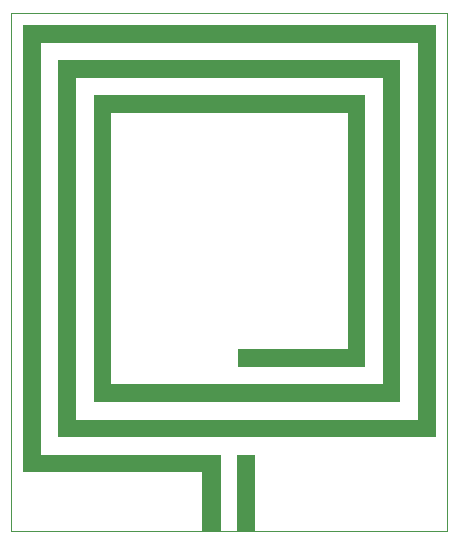
<source format=gbr>
G04 ===== Begin FILE IDENTIFICATION =====*
G04 File Format:  Gerber RS274X*
G04 ===== End FILE IDENTIFICATION =====*
%FSLAX24Y24*%
%MOIN*%
%SFA1.0000B1.0000*%
%OFA0.0B0.0*%
%ADD14C,0.023622*%
%ADD15R,0.058661X0.255512*%
%ADD16C,0.000001*%
%LNcond*%
%IPPOS*%
%LPD*%
G75*
D14*
X7457Y3819D03*
Y276D03*
G36*
G01X19Y0D02*
G01X5988D01*
G01Y-1969D01*
G01X6593D01*
G01Y587D01*
G01X605D01*
G01Y14327D01*
G01X13172D01*
G01Y1760D01*
G01X1779D01*
G01Y13154D01*
G01X11999D01*
G01Y2933D01*
G01X2952D01*
G01Y11980D01*
G01X10826D01*
G01Y4106D01*
G01X7180D01*
G01Y3520D01*
G01X11412D01*
G01Y12567D01*
G01X2365D01*
G01Y2346D01*
G01X12586D01*
G01Y13740D01*
G01X1192D01*
G01Y1173D01*
G01X13759D01*
G01Y14913D01*
G01X19D01*
G01Y0D01*
G37*
D15*
X7455Y-691D03*
D16*
G01X-394Y-1969D02*
G01X14152D01*

G01Y15307D01*

G01X-394D01*

G01Y-1969D01*
M02*


</source>
